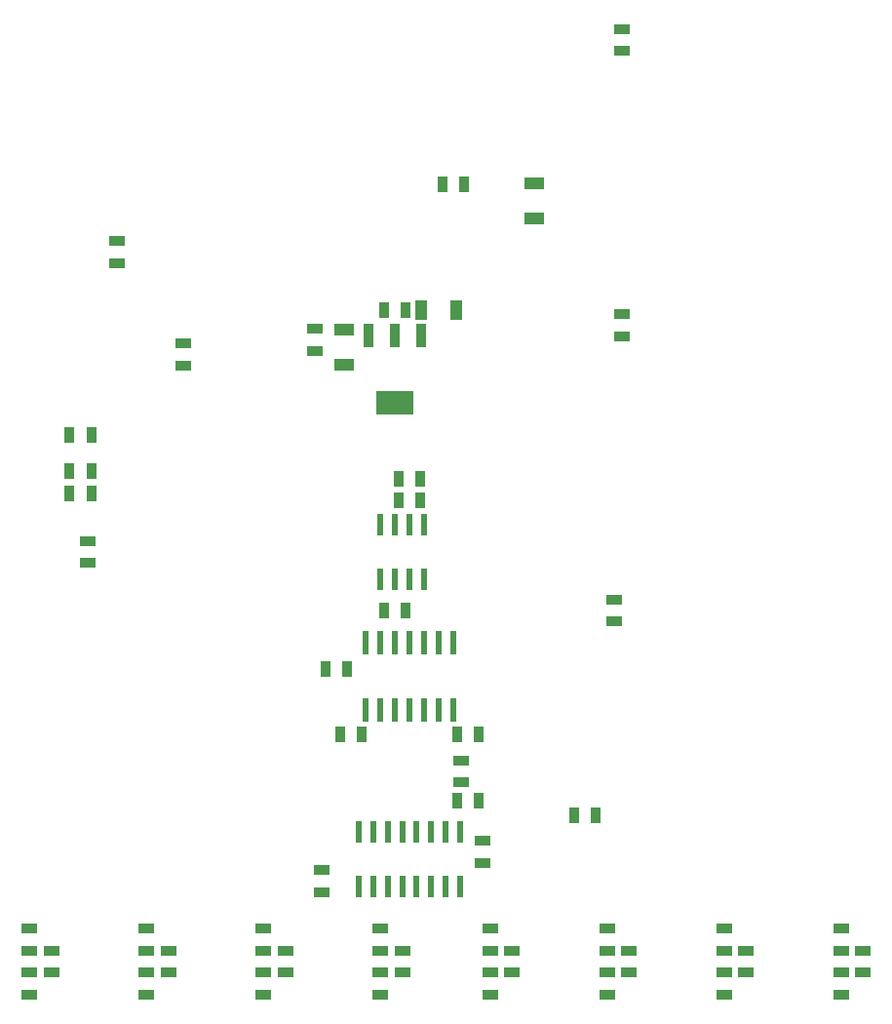
<source format=gbr>
G04 GENERATED BY PULSONIX 12.5 GERBER.DLL 9449*
G04 #@! TF.GenerationSoftware,Pulsonix,Pulsonix,12.5.9449*
G04 #@! TF.CreationDate,2025-07-29T07:21:01--1:00*
G04 #@! TF.Part,Single*
%FSLAX35Y35*%
%LPD*%
%MOMM*%
G04 #@! TF.FileFunction,Paste,Bot*
G04 #@! TF.FilePolarity,Positive*
G04 #@! TA.AperFunction,SMDPad,CuDef*
%ADD94R,1.00000X1.80000*%
%ADD95R,0.90000X1.40000*%
%ADD99R,1.40000X0.90000*%
%ADD103R,1.80000X1.00000*%
%ADD108R,0.95000X2.15000*%
%ADD109R,3.25000X2.15000*%
%ADD110R,0.55000X1.95000*%
%ADD111R,0.60000X2.00000*%
G04 #@! TD.AperFunction*
X0Y0D02*
D02*
D94*
X7791000Y9977000D03*
X8091000D03*
D02*
D95*
X4734250Y8389500D03*
Y8580000D03*
Y8897500D03*
X4924750Y8389500D03*
Y8580000D03*
Y8897500D03*
X6956750Y6865500D03*
X7083750Y6294000D03*
X7147250Y6865500D03*
X7274250Y6294000D03*
X7464750Y7373500D03*
Y9977000D03*
X7591750Y8326000D03*
Y8516500D03*
X7655250Y7373500D03*
Y9977000D03*
X7782250Y8326000D03*
Y8516500D03*
X7972750Y11072375D03*
X8099750Y5722500D03*
Y6294000D03*
X8163250Y11072375D03*
X8290250Y5722500D03*
Y6294000D03*
X9115750Y5595500D03*
X9306250D03*
D02*
D99*
X4385000Y4039750D03*
Y4230250D03*
Y4420750D03*
Y4611250D03*
X4575500Y4230250D03*
Y4420750D03*
X4893000Y7786250D03*
Y7976750D03*
X5147000Y10389750D03*
Y10580250D03*
X5401000Y4039750D03*
Y4230250D03*
Y4420750D03*
Y4611250D03*
X5591500Y4230250D03*
Y4420750D03*
X5718500Y9500750D03*
Y9691250D03*
X6417000Y4039750D03*
Y4230250D03*
Y4420750D03*
Y4611250D03*
X6607500Y4230250D03*
Y4420750D03*
X6861500Y9627750D03*
Y9818250D03*
X6925000Y4928750D03*
Y5119250D03*
X7433000Y4039750D03*
Y4230250D03*
Y4420750D03*
Y4611250D03*
X7623500Y4230250D03*
Y4420750D03*
X8131500Y5881250D03*
Y6071750D03*
X8322000Y5182750D03*
Y5373250D03*
X8385500Y4039750D03*
Y4230250D03*
Y4420750D03*
Y4611250D03*
X8576000Y4230250D03*
Y4420750D03*
X9401500Y4039750D03*
Y4230250D03*
Y4420750D03*
Y4611250D03*
X9465000Y7278250D03*
Y7468750D03*
X9528500Y9754750D03*
Y9945250D03*
Y12231250D03*
Y12421750D03*
X9592000Y4230250D03*
Y4420750D03*
X10417500Y4039750D03*
Y4230250D03*
Y4420750D03*
Y4611250D03*
X10608000Y4230250D03*
Y4420750D03*
X11433500Y4039750D03*
Y4230250D03*
Y4420750D03*
Y4611250D03*
X11624000Y4230250D03*
Y4420750D03*
D02*
D103*
X7115500Y9509500D03*
Y9809500D03*
X8766500Y10779500D03*
Y11079500D03*
D02*
D108*
X7330000Y9759000D03*
X7560000D03*
X7790000D03*
D02*
D109*
X7560000Y9179000D03*
D02*
D110*
X7246500Y4978280D03*
Y5450720D03*
X7373500Y4978280D03*
Y5450720D03*
X7433000Y7645280D03*
Y8117720D03*
X7500500Y4978280D03*
Y5450720D03*
X7560000Y7645280D03*
Y8117720D03*
X7627500Y4978280D03*
Y5450720D03*
X7687000Y7645280D03*
Y8117720D03*
X7746500Y4978280D03*
Y5450720D03*
X7814000Y7645280D03*
Y8117720D03*
X7873500Y4978280D03*
Y5450720D03*
X8000500Y4978280D03*
Y5450720D03*
X8127500Y4978280D03*
Y5450720D03*
D02*
D111*
X7306000Y6509500D03*
Y7094500D03*
X7433000Y6509500D03*
Y7094500D03*
X7560000Y6509500D03*
Y7094500D03*
X7687000Y6509500D03*
Y7094500D03*
X7814000Y6509500D03*
Y7094500D03*
X7941000Y6509500D03*
Y7094500D03*
X8068000Y6509500D03*
Y7094500D03*
X0Y0D02*
M02*

</source>
